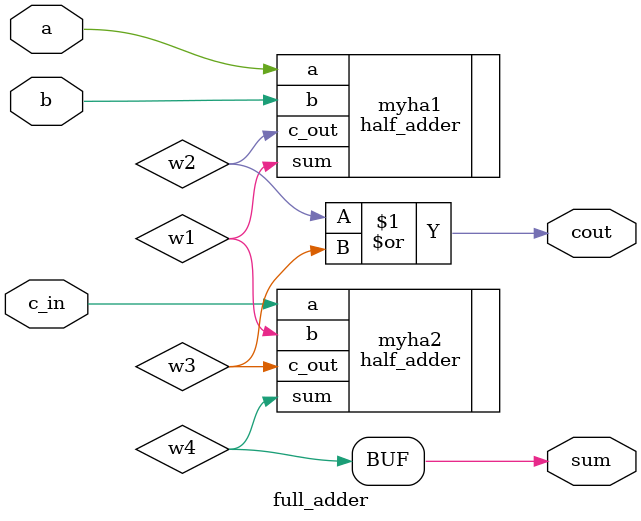
<source format=v>
module full_adder(
    input c_in,
    input a,
    input b,
    output sum,
    output cout
);

    wire w1, w2, w3, w4;
    //will call 2 half adders
    half_adder myha1 (
    .a(a), 
    .b(b),
    .sum(w1), //connects wire 'w1' to the module's sum output
    .c_out(w2)
    );

    half_adder myha2 (
    .a(c_in),
    .b(w1),
    .sum(w4),
    .c_out(w3)
    );

    //a full adder must also have an or gate
    //output sum
    assign sum = w4;

    //output cout with the or gate
    assign cout = w2 | w3;

endmodule      



</source>
